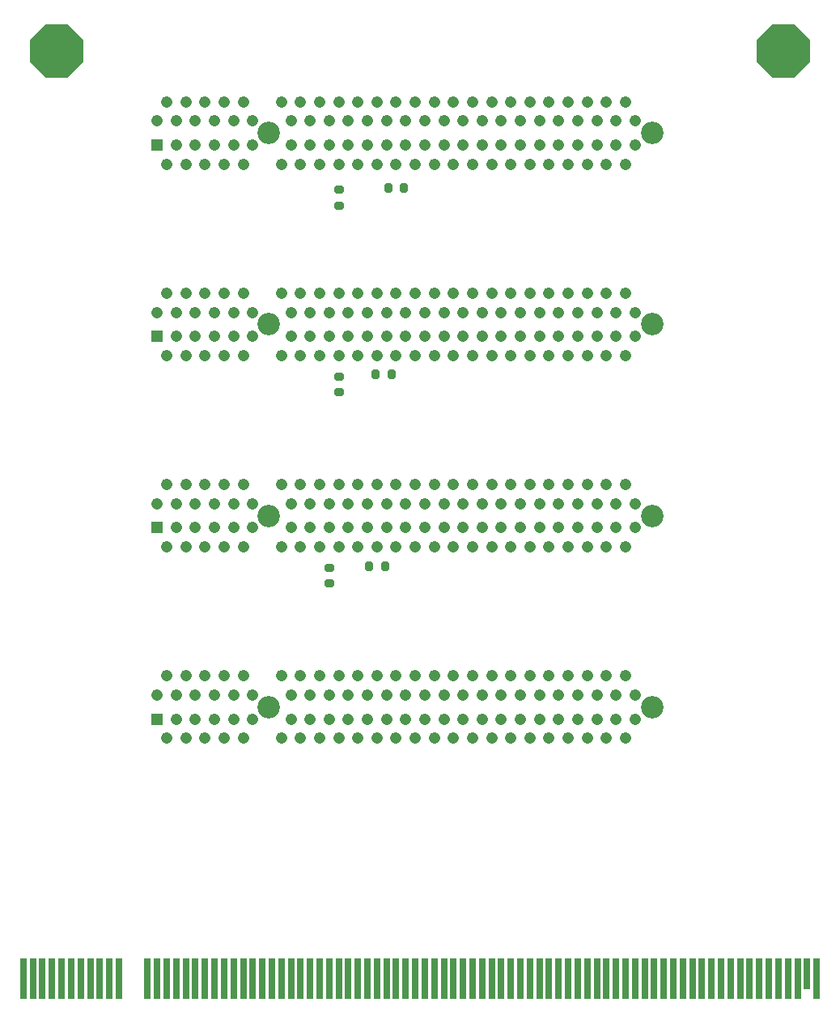
<source format=gbr>
%TF.GenerationSoftware,KiCad,Pcbnew,(6.0.10)*%
%TF.CreationDate,2023-01-20T23:07:24+09:00*%
%TF.ProjectId,AstroPix_telescope,41737472-6f50-4697-985f-74656c657363,1.1*%
%TF.SameCoordinates,Original*%
%TF.FileFunction,Soldermask,Top*%
%TF.FilePolarity,Negative*%
%FSLAX46Y46*%
G04 Gerber Fmt 4.6, Leading zero omitted, Abs format (unit mm)*
G04 Created by KiCad (PCBNEW (6.0.10)) date 2023-01-20 23:07:24*
%MOMM*%
%LPD*%
G01*
G04 APERTURE LIST*
G04 Aperture macros list*
%AMRoundRect*
0 Rectangle with rounded corners*
0 $1 Rounding radius*
0 $2 $3 $4 $5 $6 $7 $8 $9 X,Y pos of 4 corners*
0 Add a 4 corners polygon primitive as box body*
4,1,4,$2,$3,$4,$5,$6,$7,$8,$9,$2,$3,0*
0 Add four circle primitives for the rounded corners*
1,1,$1+$1,$2,$3*
1,1,$1+$1,$4,$5*
1,1,$1+$1,$6,$7*
1,1,$1+$1,$8,$9*
0 Add four rect primitives between the rounded corners*
20,1,$1+$1,$2,$3,$4,$5,0*
20,1,$1+$1,$4,$5,$6,$7,0*
20,1,$1+$1,$6,$7,$8,$9,0*
20,1,$1+$1,$8,$9,$2,$3,0*%
%AMFreePoly0*
4,1,17,1.174443,2.785355,2.785356,1.174443,2.800000,1.139088,2.800000,-1.139088,2.785356,-1.174443,1.174443,-2.785355,1.139088,-2.800000,-1.139088,-2.800000,-1.174443,-2.785356,-2.785355,-1.174443,-2.800000,-1.139088,-2.800000,1.139088,-2.785355,1.174443,-1.174443,2.785356,-1.139088,2.800000,1.139088,2.800000,1.174443,2.785355,1.174443,2.785355,$1*%
G04 Aperture macros list end*
%ADD10RoundRect,0.200000X-0.200000X-0.275000X0.200000X-0.275000X0.200000X0.275000X-0.200000X0.275000X0*%
%ADD11FreePoly0,0.000000*%
%ADD12RoundRect,0.200000X-0.275000X0.200000X-0.275000X-0.200000X0.275000X-0.200000X0.275000X0.200000X0*%
%ADD13R,0.700000X4.300000*%
%ADD14R,0.700000X3.200000*%
%ADD15C,2.350000*%
%ADD16R,1.208000X1.208000*%
%ADD17C,1.208000*%
G04 APERTURE END LIST*
D10*
%TO.C,R1*%
X139175000Y-98500000D03*
X140825000Y-98500000D03*
%TD*%
D11*
%TO.C,H2*%
X106500000Y-44665000D03*
%TD*%
D12*
%TO.C,R6*%
X136000000Y-59175000D03*
X136000000Y-60825000D03*
%TD*%
%TO.C,R4*%
X136000000Y-78675000D03*
X136000000Y-80325000D03*
%TD*%
D10*
%TO.C,R3*%
X139850000Y-78500000D03*
X141500000Y-78500000D03*
%TD*%
D12*
%TO.C,R2*%
X135000000Y-98675000D03*
X135000000Y-100325000D03*
%TD*%
D11*
%TO.C,H1*%
X182500000Y-44665000D03*
%TD*%
D13*
%TO.C,P1*%
X103000000Y-141665000D03*
X104000000Y-141665000D03*
X105000000Y-141665000D03*
X106000000Y-141665000D03*
X107000000Y-141665000D03*
X108000000Y-141665000D03*
X109000000Y-141665000D03*
X110000000Y-141665000D03*
X111000000Y-141665000D03*
X112000000Y-141665000D03*
X113000000Y-141665000D03*
X116000000Y-141665000D03*
X117000000Y-141665000D03*
X118000000Y-141665000D03*
X119000000Y-141665000D03*
X120000000Y-141665000D03*
X121000000Y-141665000D03*
X122000000Y-141665000D03*
X123000000Y-141665000D03*
X124000000Y-141665000D03*
X125000000Y-141665000D03*
X126000000Y-141665000D03*
X127000000Y-141665000D03*
X128000000Y-141665000D03*
X129000000Y-141665000D03*
X130000000Y-141665000D03*
X131000000Y-141665000D03*
X132000000Y-141665000D03*
X133000000Y-141665000D03*
X134000000Y-141665000D03*
X135000000Y-141665000D03*
X136000000Y-141665000D03*
X137000000Y-141665000D03*
X138000000Y-141665000D03*
X139000000Y-141665000D03*
X140000000Y-141665000D03*
X141000000Y-141665000D03*
X142000000Y-141665000D03*
X143000000Y-141665000D03*
X144000000Y-141665000D03*
X145000000Y-141665000D03*
X146000000Y-141665000D03*
X147000000Y-141665000D03*
X148000000Y-141665000D03*
X149000000Y-141665000D03*
X150000000Y-141665000D03*
X151000000Y-141665000D03*
X152000000Y-141665000D03*
X153000000Y-141665000D03*
X154000000Y-141665000D03*
X155000000Y-141665000D03*
X156000000Y-141665000D03*
X157000000Y-141665000D03*
X158000000Y-141665000D03*
X159000000Y-141665000D03*
X160000000Y-141665000D03*
X161000000Y-141665000D03*
X162000000Y-141665000D03*
X163000000Y-141665000D03*
X164000000Y-141665000D03*
X165000000Y-141665000D03*
X166000000Y-141665000D03*
X167000000Y-141665000D03*
X168000000Y-141665000D03*
X169000000Y-141665000D03*
X170000000Y-141665000D03*
X171000000Y-141665000D03*
X172000000Y-141665000D03*
X173000000Y-141665000D03*
X174000000Y-141665000D03*
X175000000Y-141665000D03*
X176000000Y-141665000D03*
X177000000Y-141665000D03*
X178000000Y-141665000D03*
X179000000Y-141665000D03*
X180000000Y-141665000D03*
X181000000Y-141665000D03*
X182000000Y-141665000D03*
X183000000Y-141665000D03*
X184000000Y-141665000D03*
D14*
X185000000Y-141115000D03*
D13*
X186000000Y-141665000D03*
%TD*%
D10*
%TO.C,R5*%
X141175000Y-59000000D03*
X142825000Y-59000000D03*
%TD*%
D15*
%TO.C,J4*%
X168810000Y-53250000D03*
X128650000Y-53250000D03*
D16*
X117000000Y-54500000D03*
D17*
X118000000Y-56500000D03*
X119000000Y-54500000D03*
X120000000Y-56500000D03*
X121000000Y-54500000D03*
X122000000Y-56500000D03*
X123000000Y-54500000D03*
X124000000Y-56500000D03*
X125000000Y-54500000D03*
X126000000Y-56500000D03*
X127000000Y-54500000D03*
X130000000Y-56500000D03*
X131000000Y-54500000D03*
X132000000Y-56500000D03*
X133000000Y-54500000D03*
X134000000Y-56500000D03*
X135000000Y-54500000D03*
X136000000Y-56500000D03*
X137000000Y-54500000D03*
X138000000Y-56500000D03*
X139000000Y-54500000D03*
X140000000Y-56500000D03*
X141000000Y-54500000D03*
X142000000Y-56500000D03*
X143000000Y-54500000D03*
X144000000Y-56500000D03*
X145000000Y-54500000D03*
X146000000Y-56500000D03*
X147000000Y-54500000D03*
X148000000Y-56500000D03*
X149000000Y-54500000D03*
X150000000Y-56500000D03*
X151000000Y-54500000D03*
X152000000Y-56500000D03*
X153000000Y-54500000D03*
X154000000Y-56500000D03*
X155000000Y-54500000D03*
X156000000Y-56500000D03*
X157000000Y-54500000D03*
X158000000Y-56500000D03*
X159000000Y-54500000D03*
X160000000Y-56500000D03*
X161000000Y-54500000D03*
X162000000Y-56500000D03*
X163000000Y-54500000D03*
X164000000Y-56500000D03*
X165000000Y-54500000D03*
X166000000Y-56500000D03*
X167000000Y-54500000D03*
X117000000Y-52000000D03*
X118000000Y-50000000D03*
X119000000Y-52000000D03*
X120000000Y-50000000D03*
X121000000Y-52000000D03*
X122000000Y-50000000D03*
X123000000Y-52000000D03*
X124000000Y-50000000D03*
X125000000Y-52000000D03*
X126000000Y-50000000D03*
X127000000Y-52000000D03*
X130000000Y-50000000D03*
X131000000Y-52000000D03*
X132000000Y-50000000D03*
X133000000Y-52000000D03*
X134000000Y-50000000D03*
X135000000Y-52000000D03*
X136000000Y-50000000D03*
X137000000Y-52000000D03*
X138000000Y-50000000D03*
X139000000Y-52000000D03*
X140000000Y-50000000D03*
X141000000Y-52000000D03*
X142000000Y-50000000D03*
X143000000Y-52000000D03*
X144000000Y-50000000D03*
X145000000Y-52000000D03*
X146000000Y-50000000D03*
X147000000Y-52000000D03*
X148000000Y-50000000D03*
X149000000Y-52000000D03*
X150000000Y-50000000D03*
X151000000Y-52000000D03*
X152000000Y-50000000D03*
X153000000Y-52000000D03*
X154000000Y-50000000D03*
X155000000Y-52000000D03*
X156000000Y-50000000D03*
X157000000Y-52000000D03*
X158000000Y-50000000D03*
X159000000Y-52000000D03*
X160000000Y-50000000D03*
X161000000Y-52000000D03*
X162000000Y-50000000D03*
X163000000Y-52000000D03*
X164000000Y-50000000D03*
X165000000Y-52000000D03*
X166000000Y-50000000D03*
X167000000Y-52000000D03*
%TD*%
D15*
%TO.C,J3*%
X168810000Y-73250000D03*
X128650000Y-73250000D03*
D16*
X117000000Y-74500000D03*
D17*
X118000000Y-76500000D03*
X119000000Y-74500000D03*
X120000000Y-76500000D03*
X121000000Y-74500000D03*
X122000000Y-76500000D03*
X123000000Y-74500000D03*
X124000000Y-76500000D03*
X125000000Y-74500000D03*
X126000000Y-76500000D03*
X127000000Y-74500000D03*
X130000000Y-76500000D03*
X131000000Y-74500000D03*
X132000000Y-76500000D03*
X133000000Y-74500000D03*
X134000000Y-76500000D03*
X135000000Y-74500000D03*
X136000000Y-76500000D03*
X137000000Y-74500000D03*
X138000000Y-76500000D03*
X139000000Y-74500000D03*
X140000000Y-76500000D03*
X141000000Y-74500000D03*
X142000000Y-76500000D03*
X143000000Y-74500000D03*
X144000000Y-76500000D03*
X145000000Y-74500000D03*
X146000000Y-76500000D03*
X147000000Y-74500000D03*
X148000000Y-76500000D03*
X149000000Y-74500000D03*
X150000000Y-76500000D03*
X151000000Y-74500000D03*
X152000000Y-76500000D03*
X153000000Y-74500000D03*
X154000000Y-76500000D03*
X155000000Y-74500000D03*
X156000000Y-76500000D03*
X157000000Y-74500000D03*
X158000000Y-76500000D03*
X159000000Y-74500000D03*
X160000000Y-76500000D03*
X161000000Y-74500000D03*
X162000000Y-76500000D03*
X163000000Y-74500000D03*
X164000000Y-76500000D03*
X165000000Y-74500000D03*
X166000000Y-76500000D03*
X167000000Y-74500000D03*
X117000000Y-72000000D03*
X118000000Y-70000000D03*
X119000000Y-72000000D03*
X120000000Y-70000000D03*
X121000000Y-72000000D03*
X122000000Y-70000000D03*
X123000000Y-72000000D03*
X124000000Y-70000000D03*
X125000000Y-72000000D03*
X126000000Y-70000000D03*
X127000000Y-72000000D03*
X130000000Y-70000000D03*
X131000000Y-72000000D03*
X132000000Y-70000000D03*
X133000000Y-72000000D03*
X134000000Y-70000000D03*
X135000000Y-72000000D03*
X136000000Y-70000000D03*
X137000000Y-72000000D03*
X138000000Y-70000000D03*
X139000000Y-72000000D03*
X140000000Y-70000000D03*
X141000000Y-72000000D03*
X142000000Y-70000000D03*
X143000000Y-72000000D03*
X144000000Y-70000000D03*
X145000000Y-72000000D03*
X146000000Y-70000000D03*
X147000000Y-72000000D03*
X148000000Y-70000000D03*
X149000000Y-72000000D03*
X150000000Y-70000000D03*
X151000000Y-72000000D03*
X152000000Y-70000000D03*
X153000000Y-72000000D03*
X154000000Y-70000000D03*
X155000000Y-72000000D03*
X156000000Y-70000000D03*
X157000000Y-72000000D03*
X158000000Y-70000000D03*
X159000000Y-72000000D03*
X160000000Y-70000000D03*
X161000000Y-72000000D03*
X162000000Y-70000000D03*
X163000000Y-72000000D03*
X164000000Y-70000000D03*
X165000000Y-72000000D03*
X166000000Y-70000000D03*
X167000000Y-72000000D03*
%TD*%
D15*
%TO.C,J1*%
X128650000Y-113250000D03*
X168810000Y-113250000D03*
D16*
X117000000Y-114500000D03*
D17*
X118000000Y-116500000D03*
X119000000Y-114500000D03*
X120000000Y-116500000D03*
X121000000Y-114500000D03*
X122000000Y-116500000D03*
X123000000Y-114500000D03*
X124000000Y-116500000D03*
X125000000Y-114500000D03*
X126000000Y-116500000D03*
X127000000Y-114500000D03*
X130000000Y-116500000D03*
X131000000Y-114500000D03*
X132000000Y-116500000D03*
X133000000Y-114500000D03*
X134000000Y-116500000D03*
X135000000Y-114500000D03*
X136000000Y-116500000D03*
X137000000Y-114500000D03*
X138000000Y-116500000D03*
X139000000Y-114500000D03*
X140000000Y-116500000D03*
X141000000Y-114500000D03*
X142000000Y-116500000D03*
X143000000Y-114500000D03*
X144000000Y-116500000D03*
X145000000Y-114500000D03*
X146000000Y-116500000D03*
X147000000Y-114500000D03*
X148000000Y-116500000D03*
X149000000Y-114500000D03*
X150000000Y-116500000D03*
X151000000Y-114500000D03*
X152000000Y-116500000D03*
X153000000Y-114500000D03*
X154000000Y-116500000D03*
X155000000Y-114500000D03*
X156000000Y-116500000D03*
X157000000Y-114500000D03*
X158000000Y-116500000D03*
X159000000Y-114500000D03*
X160000000Y-116500000D03*
X161000000Y-114500000D03*
X162000000Y-116500000D03*
X163000000Y-114500000D03*
X164000000Y-116500000D03*
X165000000Y-114500000D03*
X166000000Y-116500000D03*
X167000000Y-114500000D03*
X117000000Y-112000000D03*
X118000000Y-110000000D03*
X119000000Y-112000000D03*
X120000000Y-110000000D03*
X121000000Y-112000000D03*
X122000000Y-110000000D03*
X123000000Y-112000000D03*
X124000000Y-110000000D03*
X125000000Y-112000000D03*
X126000000Y-110000000D03*
X127000000Y-112000000D03*
X130000000Y-110000000D03*
X131000000Y-112000000D03*
X132000000Y-110000000D03*
X133000000Y-112000000D03*
X134000000Y-110000000D03*
X135000000Y-112000000D03*
X136000000Y-110000000D03*
X137000000Y-112000000D03*
X138000000Y-110000000D03*
X139000000Y-112000000D03*
X140000000Y-110000000D03*
X141000000Y-112000000D03*
X142000000Y-110000000D03*
X143000000Y-112000000D03*
X144000000Y-110000000D03*
X145000000Y-112000000D03*
X146000000Y-110000000D03*
X147000000Y-112000000D03*
X148000000Y-110000000D03*
X149000000Y-112000000D03*
X150000000Y-110000000D03*
X151000000Y-112000000D03*
X152000000Y-110000000D03*
X153000000Y-112000000D03*
X154000000Y-110000000D03*
X155000000Y-112000000D03*
X156000000Y-110000000D03*
X157000000Y-112000000D03*
X158000000Y-110000000D03*
X159000000Y-112000000D03*
X160000000Y-110000000D03*
X161000000Y-112000000D03*
X162000000Y-110000000D03*
X163000000Y-112000000D03*
X164000000Y-110000000D03*
X165000000Y-112000000D03*
X166000000Y-110000000D03*
X167000000Y-112000000D03*
%TD*%
D15*
%TO.C,J2*%
X168810000Y-93250000D03*
X128650000Y-93250000D03*
D16*
X117000000Y-94500000D03*
D17*
X118000000Y-96500000D03*
X119000000Y-94500000D03*
X120000000Y-96500000D03*
X121000000Y-94500000D03*
X122000000Y-96500000D03*
X123000000Y-94500000D03*
X124000000Y-96500000D03*
X125000000Y-94500000D03*
X126000000Y-96500000D03*
X127000000Y-94500000D03*
X130000000Y-96500000D03*
X131000000Y-94500000D03*
X132000000Y-96500000D03*
X133000000Y-94500000D03*
X134000000Y-96500000D03*
X135000000Y-94500000D03*
X136000000Y-96500000D03*
X137000000Y-94500000D03*
X138000000Y-96500000D03*
X139000000Y-94500000D03*
X140000000Y-96500000D03*
X141000000Y-94500000D03*
X142000000Y-96500000D03*
X143000000Y-94500000D03*
X144000000Y-96500000D03*
X145000000Y-94500000D03*
X146000000Y-96500000D03*
X147000000Y-94500000D03*
X148000000Y-96500000D03*
X149000000Y-94500000D03*
X150000000Y-96500000D03*
X151000000Y-94500000D03*
X152000000Y-96500000D03*
X153000000Y-94500000D03*
X154000000Y-96500000D03*
X155000000Y-94500000D03*
X156000000Y-96500000D03*
X157000000Y-94500000D03*
X158000000Y-96500000D03*
X159000000Y-94500000D03*
X160000000Y-96500000D03*
X161000000Y-94500000D03*
X162000000Y-96500000D03*
X163000000Y-94500000D03*
X164000000Y-96500000D03*
X165000000Y-94500000D03*
X166000000Y-96500000D03*
X167000000Y-94500000D03*
X117000000Y-92000000D03*
X118000000Y-90000000D03*
X119000000Y-92000000D03*
X120000000Y-90000000D03*
X121000000Y-92000000D03*
X122000000Y-90000000D03*
X123000000Y-92000000D03*
X124000000Y-90000000D03*
X125000000Y-92000000D03*
X126000000Y-90000000D03*
X127000000Y-92000000D03*
X130000000Y-90000000D03*
X131000000Y-92000000D03*
X132000000Y-90000000D03*
X133000000Y-92000000D03*
X134000000Y-90000000D03*
X135000000Y-92000000D03*
X136000000Y-90000000D03*
X137000000Y-92000000D03*
X138000000Y-90000000D03*
X139000000Y-92000000D03*
X140000000Y-90000000D03*
X141000000Y-92000000D03*
X142000000Y-90000000D03*
X143000000Y-92000000D03*
X144000000Y-90000000D03*
X145000000Y-92000000D03*
X146000000Y-90000000D03*
X147000000Y-92000000D03*
X148000000Y-90000000D03*
X149000000Y-92000000D03*
X150000000Y-90000000D03*
X151000000Y-92000000D03*
X152000000Y-90000000D03*
X153000000Y-92000000D03*
X154000000Y-90000000D03*
X155000000Y-92000000D03*
X156000000Y-90000000D03*
X157000000Y-92000000D03*
X158000000Y-90000000D03*
X159000000Y-92000000D03*
X160000000Y-90000000D03*
X161000000Y-92000000D03*
X162000000Y-90000000D03*
X163000000Y-92000000D03*
X164000000Y-90000000D03*
X165000000Y-92000000D03*
X166000000Y-90000000D03*
X167000000Y-92000000D03*
%TD*%
M02*

</source>
